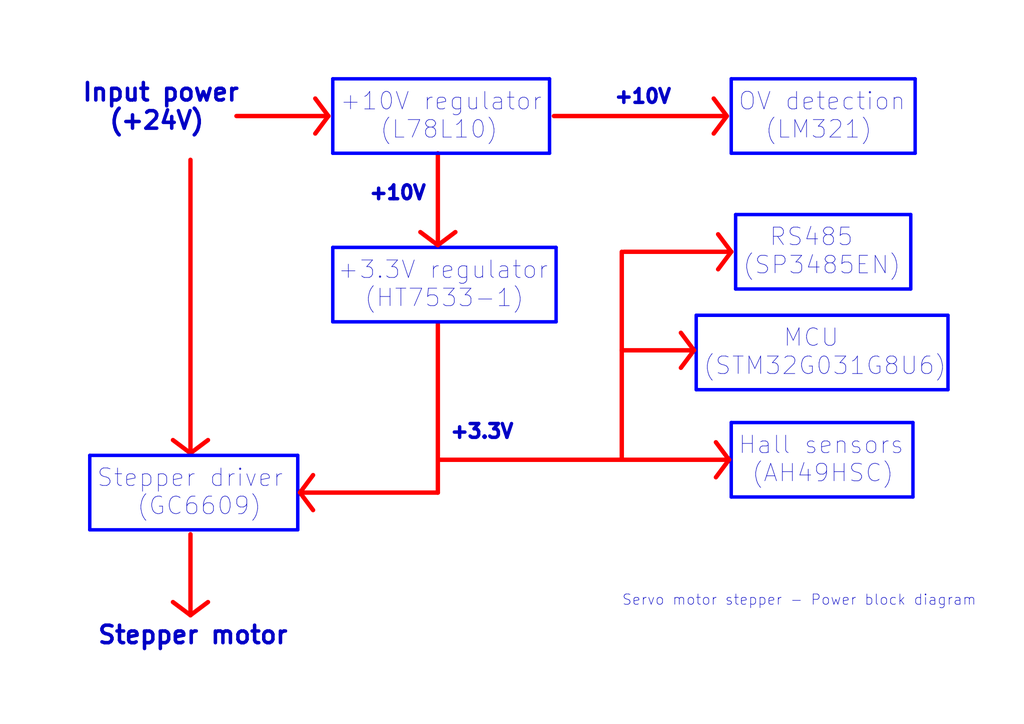
<source format=kicad_sch>
(kicad_sch
	(version 20250114)
	(generator "eeschema")
	(generator_version "9.0")
	(uuid "55f62029-af66-4168-97aa-c791fab7ce0f")
	(paper "A4")
	(title_block
		(title "Servo motor stepper M17 -  Power block diagram")
		(date "2025-11-26")
		(rev "1.5")
	)
	(lib_symbols)
	(text "+3.3V"
		(exclude_from_sim no)
		(at 130.175 127.635 0)
		(effects
			(font
				(size 4 4)
				(thickness 1.016)
				(bold yes)
			)
			(justify left bottom)
		)
		(uuid "0f88e1cd-1acc-420c-a5d3-2b2eca6196f4")
	)
	(text "Stepper driver\n   (GC6609)"
		(exclude_from_sim no)
		(at 27.94 149.86 0)
		(effects
			(font
				(size 5.08 5.08)
			)
			(justify left bottom)
		)
		(uuid "19018dad-7b0b-4c6e-a3c7-90eb56308765")
	)
	(text "+10V"
		(exclude_from_sim no)
		(at 177.8 30.48 0)
		(effects
			(font
				(size 4 4)
				(thickness 1.016)
				(bold yes)
			)
			(justify left bottom)
		)
		(uuid "2c3160ad-858d-4dff-893e-77c80c13788a")
	)
	(text "  RS485\n(SP3485EN)"
		(exclude_from_sim no)
		(at 215.265 80.01 0)
		(effects
			(font
				(size 5.08 5.08)
			)
			(justify left bottom)
		)
		(uuid "2c4caf99-ebe7-45d6-8908-5ef97d1b90d0")
	)
	(text "Hall sensors\n (AH49HSC)"
		(exclude_from_sim no)
		(at 213.995 140.335 0)
		(effects
			(font
				(size 5.08 5.08)
			)
			(justify left bottom)
		)
		(uuid "3b6efd3a-08c3-47dc-ae7a-fadb9eb86e60")
	)
	(text "Servo motor stepper - Power block diagram"
		(exclude_from_sim no)
		(at 180.34 175.895 0)
		(effects
			(font
				(size 3 3)
			)
			(justify left bottom)
		)
		(uuid "3fd9ddcc-72d2-42be-a9e9-473134046d15")
	)
	(text "+3.3V regulator\n  (HT7533-1)"
		(exclude_from_sim no)
		(at 97.79 89.535 0)
		(effects
			(font
				(size 5.08 5.08)
			)
			(justify left bottom)
		)
		(uuid "4dbb7f0c-22df-430f-a188-c2182b71f188")
	)
	(text "+10V regulator\n   (L78L10)"
		(exclude_from_sim no)
		(at 98.425 40.64 0)
		(effects
			(font
				(size 5.08 5.08)
			)
			(justify left bottom)
		)
		(uuid "55a4fa1e-976e-4f25-96df-811fa8284673")
	)
	(text "OV detection\n  (LM321)"
		(exclude_from_sim no)
		(at 213.995 40.64 0)
		(effects
			(font
				(size 5.08 5.08)
			)
			(justify left bottom)
		)
		(uuid "5dc3ea5d-7825-4e74-8a8e-029be85986e7")
	)
	(text "Input power\n  (+24V)"
		(exclude_from_sim no)
		(at 23.495 38.1 0)
		(effects
			(font
				(size 5.08 5.08)
				(thickness 1.016)
				(bold yes)
			)
			(justify left bottom)
		)
		(uuid "67344b4e-ad4a-4184-bd91-314fb3bafa12")
	)
	(text "+10V"
		(exclude_from_sim no)
		(at 106.68 58.42 0)
		(effects
			(font
				(size 4 4)
				(thickness 1.016)
				(bold yes)
			)
			(justify left bottom)
		)
		(uuid "6cf449ce-8883-4dbf-b286-7a011785b9e1")
	)
	(text "Stepper motor"
		(exclude_from_sim no)
		(at 27.94 187.325 0)
		(effects
			(font
				(size 5.08 5.08)
				(thickness 1.016)
				(bold yes)
			)
			(justify left bottom)
		)
		(uuid "c91e233b-d3d2-4a41-8739-7709e0090b2f")
	)
	(text "      MCU\n(STM32G031G8U6)"
		(exclude_from_sim no)
		(at 203.835 109.22 0)
		(effects
			(font
				(size 5.08 5.08)
			)
			(justify left bottom)
		)
		(uuid "fd1596d0-6040-4fee-89c6-7e7f3ad65f37")
	)
	(polyline
		(pts
			(xy 127 70.485) (xy 127 44.45)
		)
		(stroke
			(width 1.27)
			(type solid)
			(color 255 0 0 1)
		)
		(uuid "0760f922-2895-47c8-a6ac-e5453a24274d")
	)
	(polyline
		(pts
			(xy 96.52 71.755) (xy 96.52 93.345)
		)
		(stroke
			(width 1)
			(type solid)
			(color 0 0 255 1)
		)
		(uuid "08c47f13-917d-4967-bdcf-cab49ca7036e")
	)
	(polyline
		(pts
			(xy 201.93 91.44) (xy 274.955 91.44)
		)
		(stroke
			(width 1)
			(type solid)
			(color 0 0 255 1)
		)
		(uuid "099af3c6-e3ba-45f4-b115-78786c9de062")
	)
	(polyline
		(pts
			(xy 26.035 132.08) (xy 86.36 132.08)
		)
		(stroke
			(width 1)
			(type solid)
			(color 0 0 255 1)
		)
		(uuid "0ba0ecb6-3dc6-4de1-9b14-3b7c63aa9e7a")
	)
	(polyline
		(pts
			(xy 96.52 22.86) (xy 96.52 44.45)
		)
		(stroke
			(width 1)
			(type solid)
			(color 0 0 255 1)
		)
		(uuid "0ee46013-6e34-43a2-8af6-0693c051eacf")
	)
	(polyline
		(pts
			(xy 212.09 22.86) (xy 212.09 44.45)
		)
		(stroke
			(width 1)
			(type solid)
			(color 0 0 255 1)
		)
		(uuid "128a59eb-eaaf-451f-983f-338d4ba8ee69")
	)
	(polyline
		(pts
			(xy 90.805 147.955) (xy 86.995 142.875)
		)
		(stroke
			(width 1.27)
			(type solid)
			(color 255 0 0 1)
		)
		(uuid "1aa5f4c7-b818-4ec8-9295-80ca81b64cf7")
	)
	(polyline
		(pts
			(xy 207.01 28.575) (xy 210.82 33.655)
		)
		(stroke
			(width 1.27)
			(type solid)
			(color 255 0 0 1)
		)
		(uuid "20153b9a-29ce-4242-9855-7c2667f4ca7e")
	)
	(polyline
		(pts
			(xy 264.16 62.23) (xy 264.16 83.82)
		)
		(stroke
			(width 1)
			(type solid)
			(color 0 0 255 1)
		)
		(uuid "2046a2cc-5efb-4571-9198-a8edae1c2bae")
	)
	(polyline
		(pts
			(xy 60.325 174.625) (xy 55.245 178.435)
		)
		(stroke
			(width 1.27)
			(type solid)
			(color 255 0 0 1)
		)
		(uuid "23e82d5a-b466-4558-b326-a9fdf51f09f5")
	)
	(polyline
		(pts
			(xy 264.795 122.555) (xy 264.795 144.145)
		)
		(stroke
			(width 1)
			(type solid)
			(color 0 0 255 1)
		)
		(uuid "2428bfad-0835-479a-a280-ebaeda221c39")
	)
	(polyline
		(pts
			(xy 55.245 131.445) (xy 50.165 127.635)
		)
		(stroke
			(width 1.27)
			(type solid)
			(color 255 0 0 1)
		)
		(uuid "29e97d34-7e5e-4696-b8e9-50a7155d98c8")
	)
	(polyline
		(pts
			(xy 159.385 44.45) (xy 96.52 44.45)
		)
		(stroke
			(width 1)
			(type solid)
			(color 0 0 255 1)
		)
		(uuid "2a516e6a-7e5e-428c-b6d7-67e08c240ef1")
	)
	(polyline
		(pts
			(xy 55.245 131.445) (xy 55.245 46.355)
		)
		(stroke
			(width 1.27)
			(type solid)
			(color 255 0 0 1)
		)
		(uuid "2d90fd2e-e5af-4678-9923-5ffb94099eec")
	)
	(polyline
		(pts
			(xy 161.29 71.755) (xy 161.29 93.345)
		)
		(stroke
			(width 1)
			(type solid)
			(color 0 0 255 1)
		)
		(uuid "30c1cc30-6501-42b7-80db-5f617a73f3f6")
	)
	(polyline
		(pts
			(xy 210.82 33.655) (xy 207.01 38.735)
		)
		(stroke
			(width 1.27)
			(type solid)
			(color 255 0 0 1)
		)
		(uuid "31edefd9-cfc3-40d1-8704-b81334c4b41e")
	)
	(polyline
		(pts
			(xy 86.995 142.875) (xy 127 142.875)
		)
		(stroke
			(width 1.27)
			(type solid)
			(color 255 0 0 1)
		)
		(uuid "32dd8a82-f8b8-4819-a7bf-df61169fb3e4")
	)
	(polyline
		(pts
			(xy 95.25 33.655) (xy 91.44 38.735)
		)
		(stroke
			(width 1.27)
			(type solid)
			(color 255 0 0 1)
		)
		(uuid "356f78ec-2114-48cc-a20d-3b215cdd62a1")
	)
	(polyline
		(pts
			(xy 208.28 67.945) (xy 212.09 73.025)
		)
		(stroke
			(width 1.27)
			(type solid)
			(color 255 0 0 1)
		)
		(uuid "367c22a1-23f0-45ac-b95a-293cfc30708c")
	)
	(polyline
		(pts
			(xy 265.43 44.45) (xy 212.09 44.45)
		)
		(stroke
			(width 1)
			(type solid)
			(color 0 0 255 1)
		)
		(uuid "36f20d3e-3191-4bef-af56-4bf7234e707a")
	)
	(polyline
		(pts
			(xy 86.36 153.67) (xy 26.035 153.67)
		)
		(stroke
			(width 1)
			(type solid)
			(color 0 0 255 1)
		)
		(uuid "381b195a-bace-43c4-8204-3a834659cbe8")
	)
	(polyline
		(pts
			(xy 127 142.875) (xy 127 93.98)
		)
		(stroke
			(width 1.27)
			(type solid)
			(color 255 0 0 1)
		)
		(uuid "38f319de-e7c2-4041-a1ab-41f641d20965")
	)
	(polyline
		(pts
			(xy 212.09 122.555) (xy 212.09 144.145)
		)
		(stroke
			(width 1)
			(type solid)
			(color 0 0 255 1)
		)
		(uuid "3bd52679-f842-4ea3-bb03-5129678342c7")
	)
	(polyline
		(pts
			(xy 55.245 178.435) (xy 50.165 174.625)
		)
		(stroke
			(width 1.27)
			(type solid)
			(color 255 0 0 1)
		)
		(uuid "3e98546b-be11-4ff5-8db1-9ecefb755382")
	)
	(polyline
		(pts
			(xy 265.43 22.86) (xy 265.43 44.45)
		)
		(stroke
			(width 1)
			(type solid)
			(color 0 0 255 1)
		)
		(uuid "4058ad47-4cdf-47a2-9011-706ec242ee8c")
	)
	(polyline
		(pts
			(xy 211.455 133.35) (xy 207.645 138.43)
		)
		(stroke
			(width 1.27)
			(type solid)
			(color 255 0 0 1)
		)
		(uuid "459ba489-5eae-4fed-9361-18c988a93af8")
	)
	(polyline
		(pts
			(xy 264.795 144.145) (xy 212.09 144.145)
		)
		(stroke
			(width 1)
			(type solid)
			(color 0 0 255 1)
		)
		(uuid "49de5d49-f763-40fa-824b-9e53a19975f3")
	)
	(polyline
		(pts
			(xy 60.325 127.635) (xy 55.245 131.445)
		)
		(stroke
			(width 1.27)
			(type solid)
			(color 255 0 0 1)
		)
		(uuid "5baae11c-6968-424f-b23a-0056d7943a49")
	)
	(polyline
		(pts
			(xy 86.36 132.08) (xy 86.36 153.67)
		)
		(stroke
			(width 1)
			(type solid)
			(color 0 0 255 1)
		)
		(uuid "61ea01bd-207b-4932-99e6-13c7385b9dee")
	)
	(polyline
		(pts
			(xy 201.295 101.6) (xy 197.485 106.68)
		)
		(stroke
			(width 1.27)
			(type solid)
			(color 255 0 0 1)
		)
		(uuid "6724632d-0639-41e3-80ab-dad4a22b709d")
	)
	(polyline
		(pts
			(xy 211.455 133.35) (xy 127.635 133.35)
		)
		(stroke
			(width 1.27)
			(type solid)
			(color 255 0 0 1)
		)
		(uuid "6dc5cba6-da1c-4784-831d-e888a364cd5e")
	)
	(polyline
		(pts
			(xy 94.615 33.655) (xy 68.58 33.655)
		)
		(stroke
			(width 1.27)
			(type solid)
			(color 255 0 0 1)
		)
		(uuid "707ad863-5e98-48b7-adc8-edb6ab032d65")
	)
	(polyline
		(pts
			(xy 96.52 22.86) (xy 159.385 22.86)
		)
		(stroke
			(width 1)
			(type solid)
			(color 0 0 255 1)
		)
		(uuid "7467e8b2-452d-46a7-8e8a-70600058dcb6")
	)
	(polyline
		(pts
			(xy 161.29 93.345) (xy 96.52 93.345)
		)
		(stroke
			(width 1)
			(type solid)
			(color 0 0 255 1)
		)
		(uuid "7812acbc-d29d-45ed-9aef-20fc3fb835f8")
	)
	(polyline
		(pts
			(xy 212.09 73.025) (xy 208.28 78.105)
		)
		(stroke
			(width 1.27)
			(type solid)
			(color 255 0 0 1)
		)
		(uuid "7b43c578-3a13-4222-8412-1649f9e52d9f")
	)
	(polyline
		(pts
			(xy 212.09 73.025) (xy 180.975 73.025)
		)
		(stroke
			(width 1.27)
			(type solid)
			(color 255 0 0 1)
		)
		(uuid "7b89f781-14a3-4feb-a1a9-3528769478eb")
	)
	(polyline
		(pts
			(xy 132.08 67.31) (xy 127 71.12)
		)
		(stroke
			(width 1.27)
			(type solid)
			(color 255 0 0 1)
		)
		(uuid "7e7fea60-e562-4b7d-bbfd-97d7dab99a19")
	)
	(polyline
		(pts
			(xy 213.36 62.23) (xy 213.36 83.82)
		)
		(stroke
			(width 1)
			(type solid)
			(color 0 0 255 1)
		)
		(uuid "82382b04-0f6c-4c3f-a50d-dfd6b4f996c2")
	)
	(polyline
		(pts
			(xy 207.645 128.27) (xy 211.455 133.35)
		)
		(stroke
			(width 1.27)
			(type solid)
			(color 255 0 0 1)
		)
		(uuid "82b8dfc2-6417-4b95-97aa-f612454a96ea")
	)
	(polyline
		(pts
			(xy 86.995 142.875) (xy 90.805 137.795)
		)
		(stroke
			(width 1.27)
			(type solid)
			(color 255 0 0 1)
		)
		(uuid "892f7940-218a-4aa4-8242-2e3b3fe4bac8")
	)
	(polyline
		(pts
			(xy 212.09 22.86) (xy 265.43 22.86)
		)
		(stroke
			(width 1)
			(type solid)
			(color 0 0 255 1)
		)
		(uuid "89829829-87be-4c85-be83-fc20e956cf86")
	)
	(polyline
		(pts
			(xy 96.52 71.755) (xy 161.29 71.755)
		)
		(stroke
			(width 1)
			(type solid)
			(color 0 0 255 1)
		)
		(uuid "8c9f6409-9e9f-402b-8c66-ca125160792d")
	)
	(polyline
		(pts
			(xy 159.385 22.86) (xy 159.385 44.45)
		)
		(stroke
			(width 1)
			(type solid)
			(color 0 0 255 1)
		)
		(uuid "915d7184-04c9-49ca-aaa9-914f0b084126")
	)
	(polyline
		(pts
			(xy 212.09 122.555) (xy 264.795 122.555)
		)
		(stroke
			(width 1)
			(type solid)
			(color 0 0 255 1)
		)
		(uuid "9273b747-ff37-4646-9d50-211c9b60cad8")
	)
	(polyline
		(pts
			(xy 180.34 132.715) (xy 180.34 73.025)
		)
		(stroke
			(width 1.27)
			(type solid)
			(color 255 0 0 1)
		)
		(uuid "958ae777-dc01-40ba-90b2-af4885f9205c")
	)
	(polyline
		(pts
			(xy 201.93 91.44) (xy 201.93 113.03)
		)
		(stroke
			(width 1)
			(type solid)
			(color 0 0 255 1)
		)
		(uuid "97be4e87-00c1-47b9-ae02-61aa380c54df")
	)
	(polyline
		(pts
			(xy 91.44 28.575) (xy 95.25 33.655)
		)
		(stroke
			(width 1.27)
			(type solid)
			(color 255 0 0 1)
		)
		(uuid "b72b35d9-e30f-4b66-83b6-d5fb0b51651e")
	)
	(polyline
		(pts
			(xy 55.245 178.435) (xy 55.245 154.94)
		)
		(stroke
			(width 1.27)
			(type solid)
			(color 255 0 0 1)
		)
		(uuid "c0725f64-cc8e-41ea-9323-849eae6d83f0")
	)
	(polyline
		(pts
			(xy 127 71.12) (xy 121.92 67.31)
		)
		(stroke
			(width 1.27)
			(type solid)
			(color 255 0 0 1)
		)
		(uuid "c5e854f3-6e43-4130-803e-3de3b4c4ea52")
	)
	(polyline
		(pts
			(xy 213.36 62.23) (xy 264.16 62.23)
		)
		(stroke
			(width 1)
			(type solid)
			(color 0 0 255 1)
		)
		(uuid "cc5a85f9-17a2-4bf2-9873-fa03998a4d5b")
	)
	(polyline
		(pts
			(xy 274.955 113.03) (xy 201.93 113.03)
		)
		(stroke
			(width 1)
			(type solid)
			(color 0 0 255 1)
		)
		(uuid "d58f85aa-62bc-4a1e-94de-47de0a707117")
	)
	(polyline
		(pts
			(xy 201.295 101.6) (xy 180.34 101.6)
		)
		(stroke
			(width 1.27)
			(type solid)
			(color 255 0 0 1)
		)
		(uuid "d740958a-8a63-47a5-aab0-f0eb054261e7")
	)
	(polyline
		(pts
			(xy 26.035 132.08) (xy 26.035 153.67)
		)
		(stroke
			(width 1)
			(type solid)
			(color 0 0 255 1)
		)
		(uuid "e5daab75-81a4-448b-be38-25c688377312")
	)
	(polyline
		(pts
			(xy 264.16 83.82) (xy 213.36 83.82)
		)
		(stroke
			(width 1)
			(type solid)
			(color 0 0 255 1)
		)
		(uuid "e8ce1f4f-5f86-4146-a9a3-1c7386e3ba0d")
	)
	(polyline
		(pts
			(xy 274.955 91.44) (xy 274.955 113.03)
		)
		(stroke
			(width 1)
			(type solid)
			(color 0 0 255 1)
		)
		(uuid "f4509fee-ea51-418d-82b2-57cba5c2dbb1")
	)
	(polyline
		(pts
			(xy 197.485 96.52) (xy 201.295 101.6)
		)
		(stroke
			(width 1.27)
			(type solid)
			(color 255 0 0 1)
		)
		(uuid "f4fcbbe6-8768-4f2a-b704-669d57c34748")
	)
	(polyline
		(pts
			(xy 209.55 33.655) (xy 160.655 33.655)
		)
		(stroke
			(width 1.27)
			(type solid)
			(color 255 0 0 1)
		)
		(uuid "f6fb95ec-ea08-4301-9b4e-f50074fec474")
	)
)

</source>
